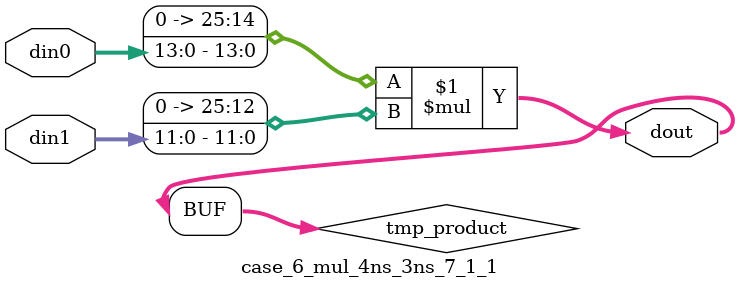
<source format=v>

`timescale 1 ns / 1 ps

 (* use_dsp = "no" *)  module case_6_mul_4ns_3ns_7_1_1(din0, din1, dout);
parameter ID = 1;
parameter NUM_STAGE = 0;
parameter din0_WIDTH = 14;
parameter din1_WIDTH = 12;
parameter dout_WIDTH = 26;

input [din0_WIDTH - 1 : 0] din0; 
input [din1_WIDTH - 1 : 0] din1; 
output [dout_WIDTH - 1 : 0] dout;

wire signed [dout_WIDTH - 1 : 0] tmp_product;
























assign tmp_product = $signed({1'b0, din0}) * $signed({1'b0, din1});











assign dout = tmp_product;





















endmodule

</source>
